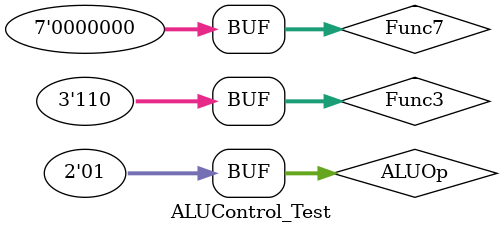
<source format=sv>
module ALUControl_Test();
	logic [6:0]Func7 ;
	logic [2:0]Func3 ;
	logic [1:0]ALUOp , ALUCtl ;
	ALU_Control ac(Func7,Func3,ALUOp,ALUCtl);
	always  
	begin
		#20
		ALUOp = 2'b10 ;
		Func7 = 0 ;
		Func3 = 0 ;
		#20 ; 
		Func7 = 32 ;
		Func3= 0 ;
		#20 ;
		Func7 = 0 ;
		Func3 = 3'b110 ;
		#20 ;
		Func7 = 0 ;
		Func3 = 3'b110 ;
		ALUOp = 2'b01 ;
	end
endmodule 
</source>
